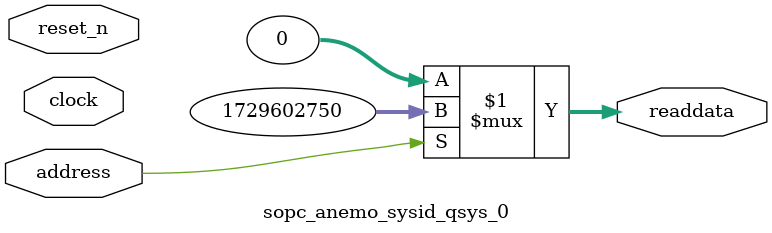
<source format=v>



// synthesis translate_off
`timescale 1ns / 1ps
// synthesis translate_on

// turn off superfluous verilog processor warnings 
// altera message_level Level1 
// altera message_off 10034 10035 10036 10037 10230 10240 10030 

module sopc_anemo_sysid_qsys_0 (
               // inputs:
                address,
                clock,
                reset_n,

               // outputs:
                readdata
             )
;

  output  [ 31: 0] readdata;
  input            address;
  input            clock;
  input            reset_n;

  wire    [ 31: 0] readdata;
  //control_slave, which is an e_avalon_slave
  assign readdata = address ? 1729602750 : 0;

endmodule



</source>
